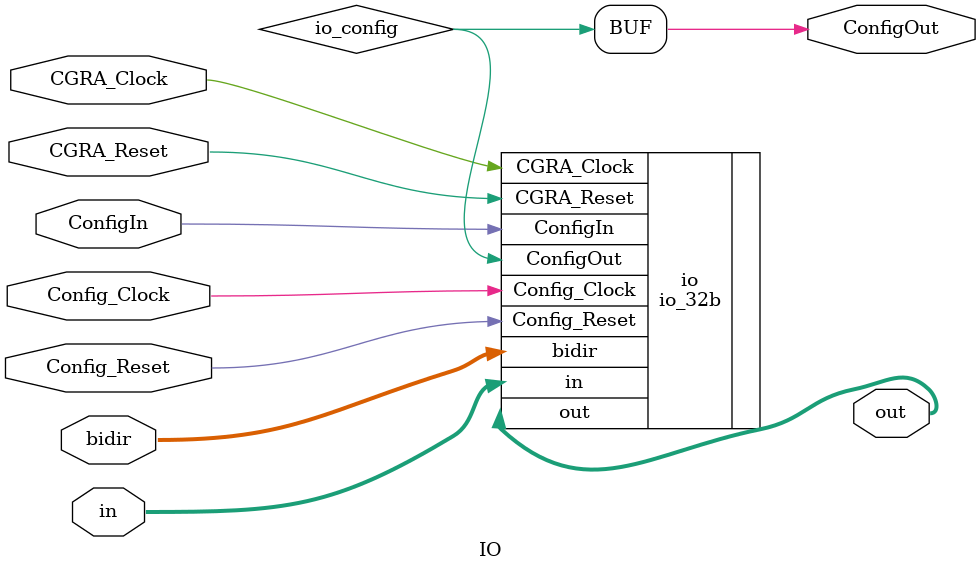
<source format=v>
module IO(Config_Clock, Config_Reset, ConfigIn, ConfigOut, CGRA_Clock, CGRA_Reset, bidir, in, out);
    // Specifying the ports
    input Config_Clock, Config_Reset, ConfigIn;
    output ConfigOut;
    input CGRA_Clock, CGRA_Reset;
    inout [31:0] bidir;
    input [31:0] in;
    output [31:0] out;

    // Wires connecting the main module and submodules
    wire io_config;

    // Declaring the submodules
    io_32b #(32) io(
        .Config_Clock(Config_Clock),
        .Config_Reset(Config_Reset),
        .ConfigIn(ConfigIn),
        .ConfigOut(io_config),
        .CGRA_Clock(CGRA_Clock),
        .CGRA_Reset(CGRA_Reset),
        .bidir(bidir),
        .in(in),
        .out(out));
    assign ConfigOut = io_config;
endmodule


</source>
